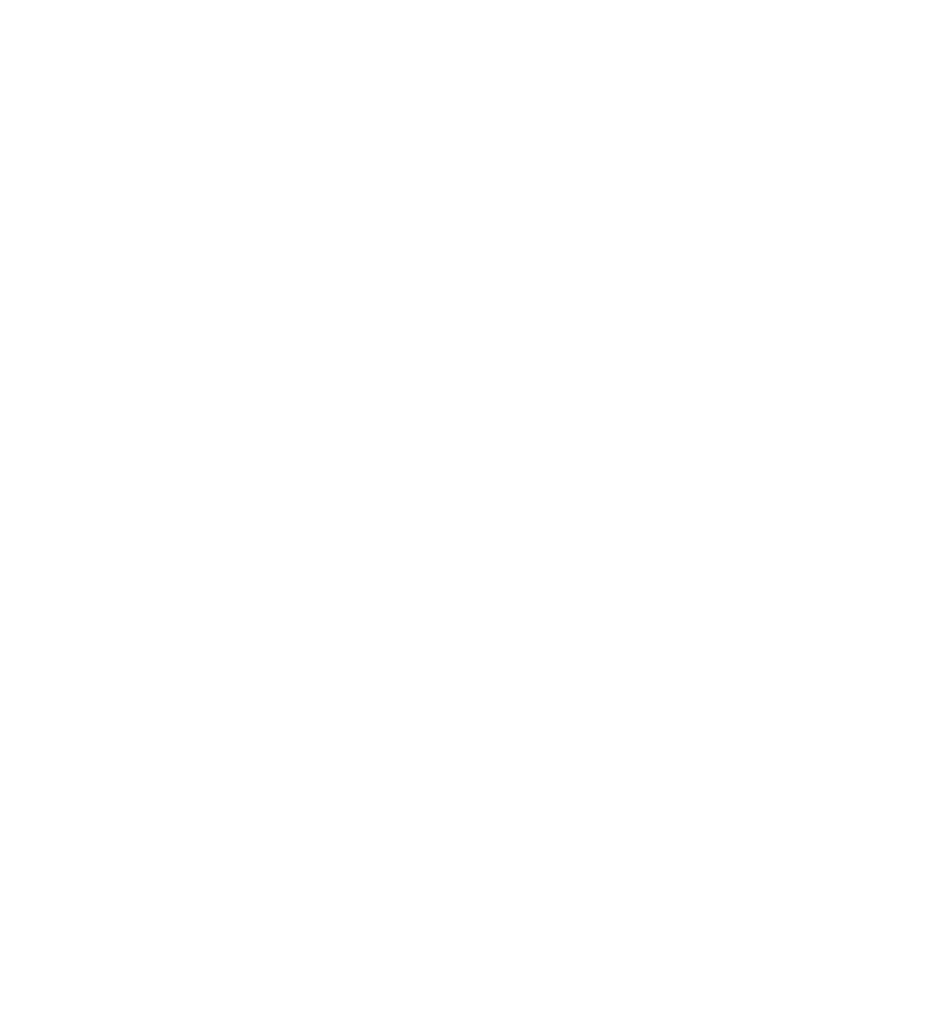
<source format=kicad_pcb>
(kicad_pcb
	(version 20241229)
	(generator "pcbnew")
	(generator_version "9.0")
	(general
		(thickness 1.6)
		(legacy_teardrops no)
	)
	(paper "A4")
	(layers
		(0 "F.Cu" signal)
		(2 "B.Cu" signal)
		(9 "F.Adhes" user "F.Adhesive")
		(11 "B.Adhes" user "B.Adhesive")
		(13 "F.Paste" user)
		(15 "B.Paste" user)
		(5 "F.SilkS" user "F.Silkscreen")
		(7 "B.SilkS" user "B.Silkscreen")
		(1 "F.Mask" user)
		(3 "B.Mask" user)
		(17 "Dwgs.User" user "User.Drawings")
		(19 "Cmts.User" user "User.Comments")
		(21 "Eco1.User" user "User.Eco1")
		(23 "Eco2.User" user "User.Eco2")
		(25 "Edge.Cuts" user)
		(27 "Margin" user)
		(31 "F.CrtYd" user "F.Courtyard")
		(29 "B.CrtYd" user "B.Courtyard")
		(35 "F.Fab" user)
		(33 "B.Fab" user)
		(39 "User.1" user)
		(41 "User.2" user)
		(43 "User.3" user)
		(45 "User.4" user)
	)
	(setup
		(pad_to_mask_clearance 0)
		(allow_soldermask_bridges_in_footprints no)
		(tenting front back)
		(pcbplotparams
			(layerselection 0x00000000_00000000_55555555_5755f5ff)
			(plot_on_all_layers_selection 0x00000000_00000000_00000000_00000000)
			(disableapertmacros no)
			(usegerberextensions no)
			(usegerberattributes yes)
			(usegerberadvancedattributes yes)
			(creategerberjobfile yes)
			(dashed_line_dash_ratio 12.000000)
			(dashed_line_gap_ratio 3.000000)
			(svgprecision 4)
			(plotframeref no)
			(mode 1)
			(useauxorigin no)
			(hpglpennumber 1)
			(hpglpenspeed 20)
			(hpglpendiameter 15.000000)
			(pdf_front_fp_property_popups yes)
			(pdf_back_fp_property_popups yes)
			(pdf_metadata yes)
			(pdf_single_document no)
			(dxfpolygonmode yes)
			(dxfimperialunits yes)
			(dxfusepcbnewfont yes)
			(psnegative no)
			(psa4output no)
			(plot_black_and_white yes)
			(sketchpadsonfab no)
			(plotpadnumbers no)
			(hidednponfab no)
			(sketchdnponfab yes)
			(crossoutdnponfab yes)
			(subtractmaskfromsilk no)
			(outputformat 1)
			(mirror no)
			(drillshape 1)
			(scaleselection 1)
			(outputdirectory "")
		)
	)
	(net 0 "")
	(zone
		(net 0)
		(net_name "")
		(layers "F.Cu" "B.Cu")
		(uuid "008f2464-8d16-4fe4-ab59-4430e6d37393")
		(name "deco")
		(hatch edge 0.5)
		(connect_pads
			(clearance 0)
		)
		(min_thickness 0.25)
		(filled_areas_thickness no)
		(keepout
			(tracks allowed)
			(vias allowed)
			(pads allowed)
			(copperpour not_allowed)
			(footprints allowed)
		)
		(placement
			(enabled no)
			(sheetname "")
		)
		(fill
			(thermal_gap 0.5)
			(thermal_bridge_width 0.5)
		)
		(polygon
			(pts
				(xy 69.05625 39.290625) (xy 65.484375 41.671875) (xy 65.484375 36.909375)
			)
		)
	)
	(zone
		(net 0)
		(net_name "")
		(layers "F.Cu" "B.Cu")
		(uuid "0289f021-8794-4497-b80f-21561dc8ef73")
		(name "deco")
		(hatch edge 0.5)
		(connect_pads
			(clearance 0)
		)
		(min_thickness 0.25)
		(filled_areas_thickness no)
		(keepout
			(tracks allowed)
			(vias allowed)
			(pads allowed)
			(copperpour not_allowed)
			(footprints allowed)
		)
		(placement
			(enabled no)
			(sheetname "")
		)
		(fill
			(thermal_gap 0.5)
			(thermal_bridge_width 0.5)
		)
		(polygon
			(pts
				(xy 72.628125 46.434375) (xy 76.2 48.815625) (xy 79.771875 46.434375)
			)
		)
	)
	(zone
		(net 0)
		(net_name "")
		(layers "F.Cu" "B.Cu")
		(uuid "03ea1699-221c-4ced-af6f-1d7324256256")
		(name "deco")
		(hatch edge 0.5)
		(connect_pads
			(clearance 0)
		)
		(min_thickness 0.25)
		(filled_areas_thickness no)
		(keepout
			(tracks allowed)
			(vias allowed)
			(pads allowed)
			(copperpour not_allowed)
			(footprints allowed)
		)
		(placement
			(enabled no)
			(sheetname "")
		)
		(fill
			(thermal_gap 0.5)
			(thermal_bridge_width 0.5)
		)
		(polygon
			(pts
				(xy 86.915625 46.434375) (xy 90.4875 48.815625) (xy 94.059375 46.434375)
			)
		)
	)
	(zone
		(net 0)
		(net_name "")
		(layers "F.Cu" "B.Cu")
		(uuid "124a99fc-ebf7-4d04-bacd-132fe9feccea")
		(name "deco")
		(hatch edge 0.5)
		(connect_pads
			(clearance 0)
		)
		(min_thickness 0.25)
		(filled_areas_thickness no)
		(keepout
			(tracks allowed)
			(vias allowed)
			(pads allowed)
			(copperpour not_allowed)
			(footprints allowed)
		)
		(placement
			(enabled no)
			(sheetname "")
		)
		(fill
			(thermal_gap 0.5)
			(thermal_bridge_width 0.5)
		)
		(polygon
			(pts
				(xy 94.059375 36.909375) (xy 90.4875 39.290625) (xy 94.059375 32.146875)
			)
		)
	)
	(zone
		(net 0)
		(net_name "")
		(layers "F.Cu" "B.Cu")
		(uuid "20d5dc97-a23e-434f-9871-541b1eb5094e")
		(name "deco")
		(hatch edge 0.5)
		(connect_pads
			(clearance 0)
		)
		(min_thickness 0.25)
		(filled_areas_thickness no)
		(keepout
			(tracks allowed)
			(vias allowed)
			(pads allowed)
			(copperpour not_allowed)
			(footprints allowed)
		)
		(placement
			(enabled no)
			(sheetname "")
		)
		(fill
			(thermal_gap 0.5)
			(thermal_bridge_width 0.5)
		)
		(polygon
			(pts
				(xy 94.059375 51.196875) (xy 90.4875 53.578125) (xy 94.059375 46.434375)
			)
		)
	)
	(zone
		(net 0)
		(net_name "")
		(layers "F.Cu" "B.Cu")
		(uuid "287efb34-f109-4e22-940b-79b2101d7302")
		(name "deco")
		(hatch edge 0.5)
		(connect_pads
			(clearance 0)
		)
		(min_thickness 0.25)
		(filled_areas_thickness no)
		(keepout
			(tracks allowed)
			(vias allowed)
			(pads allowed)
			(copperpour not_allowed)
			(footprints allowed)
		)
		(placement
			(enabled no)
			(sheetname "")
		)
		(fill
			(thermal_gap 0.5)
			(thermal_bridge_width 0.5)
		)
		(polygon
			(pts
				(xy 94.059375 27.384375) (xy 94.059375 32.146875) (xy 90.4875 25.003125)
			)
		)
	)
	(zone
		(net 0)
		(net_name "")
		(layers "F.Cu" "B.Cu")
		(uuid "295f2c96-089a-423e-9be1-792c3c5cbcda")
		(name "deco")
		(hatch edge 0.5)
		(connect_pads
			(clearance 0)
		)
		(min_thickness 0.25)
		(filled_areas_thickness no)
		(keepout
			(tracks allowed)
			(vias allowed)
			(pads allowed)
			(copperpour not_allowed)
			(footprints allowed)
		)
		(placement
			(enabled no)
			(sheetname "")
		)
		(fill
			(thermal_gap 0.5)
			(thermal_bridge_width 0.5)
		)
		(polygon
			(pts
				(xy 69.05625 25.003125) (xy 65.484375 27.384375) (xy 65.484375 22.621875)
			)
		)
	)
	(zone
		(net 0)
		(net_name "")
		(layers "F.Cu" "B.Cu")
		(uuid "2de0a14e-5cf3-4d69-a6ad-4c0aa45d55d5")
		(name "deco")
		(hatch edge 0.5)
		(connect_pads
			(clearance 0)
		)
		(min_thickness 0.25)
		(filled_areas_thickness no)
		(keepout
			(tracks allowed)
			(vias allowed)
			(pads allowed)
			(copperpour not_allowed)
			(footprints allowed)
		)
		(placement
			(enabled no)
			(sheetname "")
		)
		(fill
			(thermal_gap 0.5)
			(thermal_bridge_width 0.5)
		)
		(polygon
			(pts
				(xy 72.628125 41.671875) (xy 72.628125 46.434375) (xy 69.05625 39.290625)
			)
		)
	)
	(zone
		(net 0)
		(net_name "")
		(layers "F.Cu" "B.Cu")
		(uuid "38e7fd6c-afd4-4ecf-914e-f46730c14415")
		(name "deco")
		(hatch edge 0.5)
		(connect_pads
			(clearance 0)
		)
		(min_thickness 0.25)
		(filled_areas_thickness no)
		(keepout
			(tracks allowed)
			(vias allowed)
			(pads allowed)
			(copperpour not_allowed)
			(footprints allowed)
		)
		(placement
			(enabled no)
			(sheetname "")
		)
		(fill
			(thermal_gap 0.5)
			(thermal_bridge_width 0.5)
		)
		(polygon
			(pts
				(xy 79.771875 41.671875) (xy 79.771875 46.434375) (xy 76.2 39.290625)
			)
		)
	)
	(zone
		(net 0)
		(net_name "")
		(layers "F.Cu" "B.Cu")
		(uuid "4b0dce3d-21f7-4c06-bce2-28225678c88e")
		(name "deco")
		(hatch edge 0.5)
		(connect_pads
			(clearance 0)
		)
		(min_thickness 0.25)
		(filled_areas_thickness no)
		(keepout
			(tracks allowed)
			(vias allowed)
			(pads allowed)
			(copperpour not_allowed)
			(footprints allowed)
		)
		(placement
			(enabled no)
			(sheetname "")
		)
		(fill
			(thermal_gap 0.5)
			(thermal_bridge_width 0.5)
		)
		(polygon
			(pts
				(xy 86.915625 36.909375) (xy 86.915625 32.146875) (xy 90.4875 39.290625)
			)
		)
	)
	(zone
		(net 0)
		(net_name "")
		(layers "F.Cu" "B.Cu")
		(uuid "4cbe7229-00c5-44f5-bb1f-da299885a7f6")
		(name "deco")
		(hatch edge 0.5)
		(connect_pads
			(clearance 0)
		)
		(min_thickness 0.25)
		(filled_areas_thickness no)
		(keepout
			(tracks allowed)
			(vias allowed)
			(pads allowed)
			(copperpour not_allowed)
			(footprints allowed)
		)
		(placement
			(enabled no)
			(sheetname "")
		)
		(fill
			(thermal_gap 0.5)
			(thermal_bridge_width 0.5)
		)
		(polygon
			(pts
				(xy 86.915625 46.434375) (xy 83.34375 44.053125) (xy 79.771875 46.434375)
			)
		)
	)
	(zone
		(net 0)
		(net_name "")
		(layers "F.Cu" "B.Cu")
		(uuid "4fdc088a-903e-4c99-a8d4-216dc31536b9")
		(name "deco")
		(hatch edge 0.5)
		(connect_pads
			(clearance 0)
		)
		(min_thickness 0.25)
		(filled_areas_thickness no)
		(keepout
			(tracks allowed)
			(vias allowed)
			(pads allowed)
			(copperpour not_allowed)
			(footprints allowed)
		)
		(placement
			(enabled no)
			(sheetname "")
		)
		(fill
			(thermal_gap 0.5)
			(thermal_bridge_width 0.5)
		)
		(polygon
			(pts
				(xy 72.628125 32.146875) (xy 69.05625 29.765625) (xy 65.484375 32.146875)
			)
		)
	)
	(zone
		(net 0)
		(net_name "")
		(layers "F.Cu" "B.Cu")
		(uuid "56af36d1-7476-4366-a2e1-c47c662b646b")
		(name "deco")
		(hatch edge 0.5)
		(connect_pads
			(clearance 0)
		)
		(min_thickness 0.25)
		(filled_areas_thickness no)
		(keepout
			(tracks allowed)
			(vias allowed)
			(pads allowed)
			(copperpour not_allowed)
			(footprints allowed)
		)
		(placement
			(enabled no)
			(sheetname "")
		)
		(fill
			(thermal_gap 0.5)
			(thermal_bridge_width 0.5)
		)
		(polygon
			(pts
				(xy 90.4875 44.053125) (xy 86.915625 46.434375) (xy 90.4875 39.290625)
			)
		)
	)
	(zone
		(net 0)
		(net_name "")
		(layers "F.Cu" "B.Cu")
		(uuid "5bb8a6b9-6d02-41ae-8ec6-e2b0c183e414")
		(name "deco")
		(hatch edge 0.5)
		(connect_pads
			(clearance 0)
		)
		(min_thickness 0.25)
		(filled_areas_thickness no)
		(keepout
			(tracks allowed)
			(vias allowed)
			(pads allowed)
			(copperpour not_allowed)
			(footprints allowed)
		)
		(placement
			(enabled no)
			(sheetname "")
		)
		(fill
			(thermal_gap 0.5)
			(thermal_bridge_width 0.5)
		)
		(polygon
			(pts
				(xy 86.915625 32.146875) (xy 83.34375 29.765625) (xy 79.771875 32.146875)
			)
		)
	)
	(zone
		(net 0)
		(net_name "")
		(layers "F.Cu" "B.Cu")
		(uuid "61958a5c-0bc7-4bcc-a92f-49ef51103772")
		(name "deco")
		(hatch edge 0.5)
		(connect_pads
			(clearance 0)
		)
		(min_thickness 0.25)
		(filled_areas_thickness no)
		(keepout
			(tracks allowed)
			(vias allowed)
			(pads allowed)
			(copperpour not_allowed)
			(footprints allowed)
		)
		(placement
			(enabled no)
			(sheetname "")
		)
		(fill
			(thermal_gap 0.5)
			(thermal_bridge_width 0.5)
		)
		(polygon
			(pts
				(xy 79.771875 27.384375) (xy 79.771875 32.146875) (xy 76.2 25.003125)
			)
		)
	)
	(zone
		(net 0)
		(net_name "")
		(layers "F.Cu" "B.Cu")
		(uuid "658f8e58-e614-43f6-adb5-e875047103b9")
		(name "deco")
		(hatch edge 0.5)
		(connect_pads
			(clearance 0)
		)
		(min_thickness 0.25)
		(filled_areas_thickness no)
		(keepout
			(tracks allowed)
			(vias allowed)
			(pads allowed)
			(copperpour not_allowed)
			(footprints allowed)
		)
		(placement
			(enabled no)
			(sheetname "")
		)
		(fill
			(thermal_gap 0.5)
			(thermal_bridge_width 0.5)
		)
		(polygon
			(pts
				(xy 76.2 44.053125) (xy 72.628125 46.434375) (xy 76.2 39.290625)
			)
		)
	)
	(zone
		(net 0)
		(net_name "")
		(layers "F.Cu" "B.Cu")
		(uuid "6775726e-87b8-41c5-b3bf-80e27682522f")
		(name "deco")
		(hatch edge 0.5)
		(connect_pads
			(clearance 0)
		)
		(min_thickness 0.25)
		(filled_areas_thickness no)
		(keepout
			(tracks allowed)
			(vias allowed)
			(pads allowed)
			(copperpour not_allowed)
			(footprints allowed)
		)
		(placement
			(enabled no)
			(sheetname "")
		)
		(fill
			(thermal_gap 0.5)
			(thermal_bridge_width 0.5)
		)
		(polygon
			(pts
				(xy 72.628125 32.146875) (xy 76.2 34.528125) (xy 79.771875 32.146875)
			)
		)
	)
	(zone
		(net 0)
		(net_name "")
		(layers "F.Cu" "B.Cu")
		(uuid "6d54e9ea-cc85-4983-b2b5-6ac9e8956ad4")
		(name "deco")
		(hatch edge 0.5)
		(connect_pads
			(clearance 0)
		)
		(min_thickness 0.25)
		(filled_areas_thickness no)
		(keepout
			(tracks allowed)
			(vias allowed)
			(pads allowed)
			(copperpour not_allowed)
			(footprints allowed)
		)
		(placement
			(enabled no)
			(sheetname "")
		)
		(fill
			(thermal_gap 0.5)
			(thermal_bridge_width 0.5)
		)
		(polygon
			(pts
				(xy 79.771875 36.909375) (xy 76.2 39.290625) (xy 79.771875 32.146875)
			)
		)
	)
	(zone
		(net 0)
		(net_name "")
		(layers "F.Cu" "B.Cu")
		(uuid "722708d8-c655-45e8-9905-f0de5ee4b904")
		(name "deco")
		(hatch edge 0.5)
		(connect_pads
			(clearance 0)
		)
		(min_thickness 0.25)
		(filled_areas_thickness no)
		(keepout
			(tracks allowed)
			(vias allowed)
			(pads allowed)
			(copperpour not_allowed)
			(footprints allowed)
		)
		(placement
			(enabled no)
			(sheetname "")
		)
		(fill
			(thermal_gap 0.5)
			(thermal_bridge_width 0.5)
		)
		(polygon
			(pts
				(xy 86.915625 32.146875) (xy 90.4875 34.528125) (xy 94.059375 32.146875)
			)
		)
	)
	(zone
		(net 0)
		(net_name "")
		(layers "F.Cu" "B.Cu")
		(uuid "764c08ef-f845-41d7-a17c-93b6a93f5eb6")
		(name "deco")
		(hatch edge 0.5)
		(connect_pads
			(clearance 0)
		)
		(min_thickness 0.25)
		(filled_areas_thickness no)
		(keepout
			(tracks allowed)
			(vias allowed)
			(pads allowed)
			(copperpour not_allowed)
			(footprints allowed)
		)
		(placement
			(enabled no)
			(sheetname "")
		)
		(fill
			(thermal_gap 0.5)
			(thermal_bridge_width 0.5)
		)
		(polygon
			(pts
				(xy 83.34375 34.528125) (xy 86.915625 32.146875) (xy 83.34375 39.290625)
			)
		)
	)
	(zone
		(net 0)
		(net_name "")
		(layers "F.Cu" "B.Cu")
		(uuid "80ec7f93-7f1a-4f74-bb1d-ace5591bad45")
		(name "deco")
		(hatch edge 0.5)
		(connect_pads
			(clearance 0)
		)
		(min_thickness 0.25)
		(filled_areas_thickness no)
		(keepout
			(tracks allowed)
			(vias allowed)
			(pads allowed)
			(copperpour not_allowed)
			(footprints allowed)
		)
		(placement
			(enabled no)
			(sheetname "")
		)
		(fill
			(thermal_gap 0.5)
			(thermal_bridge_width 0.5)
		)
		(polygon
			(pts
				(xy 86.915625 51.196875) (xy 86.915625 46.434375) (xy 90.4875 53.578125)
			)
		)
	)
	(zone
		(net 0)
		(net_name "")
		(layers "F.Cu" "B.Cu")
		(uuid "8571b3f4-d2c9-4d60-a2f4-3aafbd73419f")
		(name "deco")
		(hatch edge 0.5)
		(connect_pads
			(clearance 0)
		)
		(min_thickness 0.25)
		(filled_areas_thickness no)
		(keepout
			(tracks allowed)
			(vias allowed)
			(pads allowed)
			(copperpour not_allowed)
			(footprints allowed)
		)
		(placement
			(enabled no)
			(sheetname "")
		)
		(fill
			(thermal_gap 0.5)
			(thermal_bridge_width 0.5)
		)
		(polygon
			(pts
				(xy 86.915625 41.671875) (xy 86.915625 46.434375) (xy 83.34375 39.290625)
			)
		)
	)
	(zone
		(net 0)
		(net_name "")
		(layers "F.Cu" "B.Cu")
		(uuid "866a93be-5b4c-4dc7-b16c-47ebb39085f0")
		(name "deco")
		(hatch edge 0.5)
		(connect_pads
			(clearance 0)
		)
		(min_thickness 0.25)
		(filled_areas_thickness no)
		(keepout
			(tracks allowed)
			(vias allowed)
			(pads allowed)
			(copperpour not_allowed)
			(footprints allowed)
		)
		(placement
			(enabled no)
			(sheetname "")
		)
		(fill
			(thermal_gap 0.5)
			(thermal_bridge_width 0.5)
		)
		(polygon
			(pts
				(xy 83.34375 25.003125) (xy 79.771875 27.384375) (xy 79.771875 22.621875)
			)
		)
	)
	(zone
		(net 0)
		(net_name "")
		(layers "F.Cu" "B.Cu")
		(uuid "8a86a82e-740c-4a60-8088-fd57912b108e")
		(name "deco")
		(hatch edge 0.5)
		(connect_pads
			(clearance 0)
		)
		(min_thickness 0.25)
		(filled_areas_thickness no)
		(keepout
			(tracks allowed)
			(vias allowed)
			(pads allowed)
			(copperpour not_allowed)
			(footprints allowed)
		)
		(placement
			(enabled no)
			(sheetname "")
		)
		(fill
			(thermal_gap 0.5)
			(thermal_bridge_width 0.5)
		)
		(polygon
			(pts
				(xy 69.05625 48.815625) (xy 72.628125 46.434375) (xy 69.05625 53.578125)
			)
		)
	)
	(zone
		(net 0)
		(net_name "")
		(layers "F.Cu" "B.Cu")
		(uuid "8cce2879-3a98-4f8e-bf2b-380a742ac3cf")
		(name "deco")
		(hatch edge 0.5)
		(connect_pads
			(clearance 0)
		)
		(min_thickness 0.25)
		(filled_areas_thickness no)
		(keepout
			(tracks allowed)
			(vias allowed)
			(pads allowed)
			(copperpour not_allowed)
			(footprints allowed)
		)
		(placement
			(enabled no)
			(sheetname "")
		)
		(fill
			(thermal_gap 0.5)
			(thermal_bridge_width 0.5)
		)
		(polygon
			(pts
				(xy 76.2 29.765625) (xy 72.628125 32.146875) (xy 76.2 25.003125)
			)
		)
	)
	(zone
		(net 0)
		(net_name "")
		(layers "F.Cu" "B.Cu")
		(uuid "8f2407ec-7ffb-480a-be20-36371d2e373f")
		(name "deco")
		(hatch edge 0.5)
		(connect_pads
			(clearance 0)
		)
		(min_thickness 0.25)
		(filled_areas_thickness no)
		(keepout
			(tracks allowed)
			(vias allowed)
			(pads allowed)
			(copperpour not_allowed)
			(footprints allowed)
		)
		(placement
			(enabled no)
			(sheetname "")
		)
		(fill
			(thermal_gap 0.5)
			(thermal_bridge_width 0.5)
		)
		(polygon
			(pts
				(xy 72.628125 51.196875) (xy 72.628125 46.434375) (xy 76.2 53.578125)
			)
		)
	)
	(zone
		(net 0)
		(net_name "")
		(layers "F.Cu" "B.Cu")
		(uuid "966d9d83-74ea-4371-a48c-ad3cbea257c9")
		(name "deco")
		(hatch edge 0.5)
		(connect_pads
			(clearance 0)
		)
		(min_thickness 0.25)
		(filled_areas_thickness no)
		(keepout
			(tracks allowed)
			(vias allowed)
			(pads allowed)
			(copperpour not_allowed)
			(footprints allowed)
		)
		(placement
			(enabled no)
			(sheetname "")
		)
		(fill
			(thermal_gap 0.5)
			(thermal_bridge_width 0.5)
		)
		(polygon
			(pts
				(xy 69.05625 34.528125) (xy 72.628125 32.146875) (xy 69.05625 39.290625)
			)
		)
	)
	(zone
		(net 0)
		(net_name "")
		(layers "F.Cu" "B.Cu")
		(uuid "acb8f945-3d7d-458d-82f5-c928eed4fbc3")
		(name "deco")
		(hatch edge 0.5)
		(connect_pads
			(clearance 0)
		)
		(min_thickness 0.25)
		(filled_areas_thickness no)
		(keepout
			(tracks allowed)
			(vias allowed)
			(pads allowed)
			(copperpour not_allowed)
			(footprints allowed)
		)
		(placement
			(enabled no)
			(sheetname "")
		)
		(fill
			(thermal_gap 0.5)
			(thermal_bridge_width 0.5)
		)
		(polygon
			(pts
				(xy 94.059375 41.671875) (xy 94.059375 46.434375) (xy 90.4875 39.290625)
			)
		)
	)
	(zone
		(net 0)
		(net_name "")
		(layers "F.Cu" "B.Cu")
		(uuid "ad7f5dd7-86d2-466b-8d73-c1bae8c46b75")
		(name "deco")
		(hatch edge 0.5)
		(connect_pads
			(clearance 0)
		)
		(min_thickness 0.25)
		(filled_areas_thickness no)
		(keepout
			(tracks allowed)
			(vias allowed)
			(pads allowed)
			(copperpour not_allowed)
			(footprints allowed)
		)
		(placement
			(enabled no)
			(sheetname "")
		)
		(fill
			(thermal_gap 0.5)
			(thermal_bridge_width 0.5)
		)
		(polygon
			(pts
				(xy 90.4875 29.765625) (xy 86.915625 32.146875) (xy 90.4875 25.003125)
			)
		)
	)
	(zone
		(net 0)
		(net_name "")
		(layers "F.Cu" "B.Cu")
		(uuid "b1e66da8-0fe6-46c5-9421-c535bf91211d")
		(name "deco")
		(hatch edge 0.5)
		(connect_pads
			(clearance 0)
		)
		(min_thickness 0.25)
		(filled_areas_thickness no)
		(keepout
			(tracks allowed)
			(vias allowed)
			(pads allowed)
			(copperpour not_allowed)
			(footprints allowed)
		)
		(placement
			(enabled no)
			(sheetname "")
		)
		(fill
			(thermal_gap 0.5)
			(thermal_bridge_width 0.5)
		)
		(polygon
			(pts
				(xy 83.34375 48.815625) (xy 86.915625 46.434375) (xy 83.34375 53.578125)
			)
		)
	)
	(zone
		(net 0)
		(net_name "")
		(layers "F.Cu" "B.Cu")
		(uuid "c88fadf3-44e6-4a56-b31e-95d64c4dfd63")
		(name "deco")
		(hatch edge 0.5)
		(connect_pads
			(clearance 0)
		)
		(min_thickness 0.25)
		(filled_areas_thickness no)
		(keepout
			(tracks allowed)
			(vias allowed)
			(pads allowed)
			(copperpour not_allowed)
			(footprints allowed)
		)
		(placement
			(enabled no)
			(sheetname "")
		)
		(fill
			(thermal_gap 0.5)
			(thermal_bridge_width 0.5)
		)
		(polygon
			(pts
				(xy 79.771875 51.196875) (xy 76.2 53.578125) (xy 79.771875 46.434375)
			)
		)
	)
	(zone
		(net 0)
		(net_name "")
		(layers "F.Cu" "B.Cu")
		(uuid "cbbf88a9-4fdb-473e-b939-1f319e6ea5e7")
		(name "deco")
		(hatch edge 0.5)
		(connect_pads
			(clearance 0)
		)
		(min_thickness 0.25)
		(filled_areas_thickness no)
		(keepout
			(tracks allowed)
			(vias allowed)
			(pads allowed)
			(copperpour not_allowed)
			(footprints allowed)
		)
		(placement
			(enabled no)
			(sheetname "")
		)
		(fill
			(thermal_gap 0.5)
			(thermal_bridge_width 0.5)
		)
		(polygon
			(pts
				(xy 86.915625 27.384375) (xy 86.915625 32.146875) (xy 83.34375 25.003125)
			)
		)
	)
	(zone
		(net 0)
		(net_name "")
		(layers "F.Cu" "B.Cu")
		(uuid "d873f8e8-e625-4cb3-9a55-960ceb759496")
		(name "deco")
		(hatch edge 0.5)
		(connect_pads
			(clearance 0)
		)
		(min_thickness 0.25)
		(filled_areas_thickness no)
		(keepout
			(tracks allowed)
			(vias allowed)
			(pads allowed)
			(copperpour not_allowed)
			(footprints allowed)
		)
		(placement
			(enabled no)
			(sheetname "")
		)
		(fill
			(thermal_gap 0.5)
			(thermal_bridge_width 0.5)
		)
		(polygon
			(pts
				(xy 72.628125 27.384375) (xy 72.628125 32.146875) (xy 69.05625 25.003125)
			)
		)
	)
	(zone
		(net 0)
		(net_name "")
		(layers "F.Cu" "B.Cu")
		(uuid "e88f0ad7-7fc5-4c03-9dc8-cd1573c17e7c")
		(name "deco")
		(hatch edge 0.5)
		(connect_pads
			(clearance 0)
		)
		(min_thickness 0.25)
		(filled_areas_thickness no)
		(keepout
			(tracks allowed)
			(vias allowed)
			(pads allowed)
			(copperpour not_allowed)
			(footprints allowed)
		)
		(placement
			(enabled no)
			(sheetname "")
		)
		(fill
			(thermal_gap 0.5)
			(thermal_bridge_width 0.5)
		)
		(polygon
			(pts
				(xy 83.34375 39.290625) (xy 79.771875 41.671875) (xy 79.771875 36.909375)
			)
		)
	)
	(zone
		(net 0)
		(net_name "")
		(layers "F.Cu" "B.Cu")
		(uuid "e9a0adbf-05b9-4b7c-9764-52e2c91e6ac3")
		(name "deco")
		(hatch edge 0.5)
		(connect_pads
			(clearance 0)
		)
		(min_thickness 0.25)
		(filled_areas_thickness no)
		(keepout
			(tracks allowed)
			(vias allowed)
			(pads allowed)
			(copperpour not_allowed)
			(footprints allowed)
		)
		(placement
			(enabled no)
			(sheetname "")
		)
		(fill
			(thermal_gap 0.5)
			(thermal_bridge_width 0.5)
		)
		(polygon
			(pts
				(xy 72.628125 46.434375) (xy 69.05625 44.053125) (xy 65.484375 46.434375)
			)
		)
	)
	(zone
		(net 0)
		(net_name "")
		(layers "F.Cu" "B.Cu")
		(uuid "fb079fa1-99b0-43c9-bac9-b2d0a58c61c1")
		(name "deco")
		(hatch edge 0.5)
		(connect_pads
			(clearance 0)
		)
		(min_thickness 0.25)
		(filled_areas_thickness no)
		(keepout
			(tracks allowed)
			(vias allowed)
			(pads allowed)
			(copperpour not_allowed)
			(footprints allowed)
		)
		(placement
			(enabled no)
			(sheetname "")
		)
		(fill
			(thermal_gap 0.5)
			(thermal_bridge_width 0.5)
		)
		(polygon
			(pts
				(xy 72.628125 36.909375) (xy 72.628125 32.146875) (xy 76.2 39.290625)
			)
		)
	)
	(embedded_fonts no)
)

</source>
